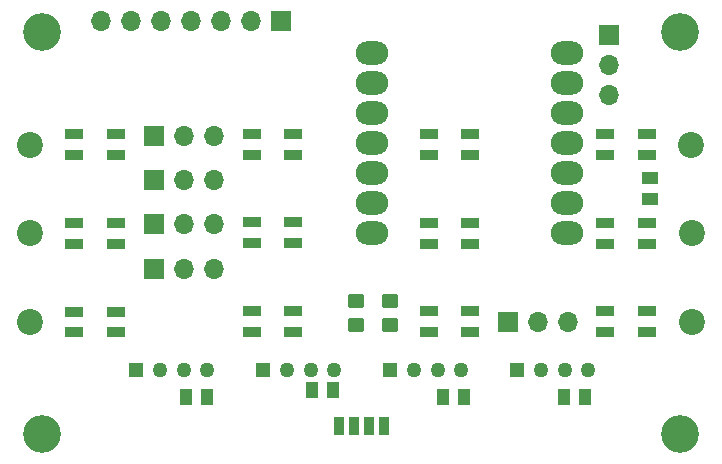
<source format=gbr>
%TF.GenerationSoftware,KiCad,Pcbnew,8.0.5*%
%TF.CreationDate,2024-10-07T22:09:58+02:00*%
%TF.ProjectId,kerstboom,6b657273-7462-46f6-9f6d-2e6b69636164,rev?*%
%TF.SameCoordinates,Original*%
%TF.FileFunction,Soldermask,Top*%
%TF.FilePolarity,Negative*%
%FSLAX46Y46*%
G04 Gerber Fmt 4.6, Leading zero omitted, Abs format (unit mm)*
G04 Created by KiCad (PCBNEW 8.0.5) date 2024-10-07 22:09:58*
%MOMM*%
%LPD*%
G01*
G04 APERTURE LIST*
G04 Aperture macros list*
%AMRoundRect*
0 Rectangle with rounded corners*
0 $1 Rounding radius*
0 $2 $3 $4 $5 $6 $7 $8 $9 X,Y pos of 4 corners*
0 Add a 4 corners polygon primitive as box body*
4,1,4,$2,$3,$4,$5,$6,$7,$8,$9,$2,$3,0*
0 Add four circle primitives for the rounded corners*
1,1,$1+$1,$2,$3*
1,1,$1+$1,$4,$5*
1,1,$1+$1,$6,$7*
1,1,$1+$1,$8,$9*
0 Add four rect primitives between the rounded corners*
20,1,$1+$1,$2,$3,$4,$5,0*
20,1,$1+$1,$4,$5,$6,$7,0*
20,1,$1+$1,$6,$7,$8,$9,0*
20,1,$1+$1,$8,$9,$2,$3,0*%
G04 Aperture macros list end*
%ADD10C,2.200000*%
%ADD11R,1.600000X0.850000*%
%ADD12C,3.200000*%
%ADD13RoundRect,0.250000X-0.450000X0.350000X-0.450000X-0.350000X0.450000X-0.350000X0.450000X0.350000X0*%
%ADD14R,1.016000X1.400000*%
%ADD15RoundRect,0.102000X-0.350000X0.700000X-0.350000X-0.700000X0.350000X-0.700000X0.350000X0.700000X0*%
%ADD16R,1.400000X1.016000*%
%ADD17R,1.270000X1.270000*%
%ADD18C,1.270000*%
%ADD19R,1.700000X1.700000*%
%ADD20O,1.700000X1.700000*%
%ADD21O,2.748280X1.998980*%
G04 APERTURE END LIST*
D10*
%TO.C,H5*%
X101750000Y-81500000D03*
%TD*%
D11*
%TO.C,D1*%
X105500000Y-80620000D03*
X105500000Y-82370000D03*
X109000000Y-82370000D03*
X109000000Y-80620000D03*
%TD*%
%TO.C,D2*%
X105500000Y-88125000D03*
X105500000Y-89875000D03*
X109000000Y-89875000D03*
X109000000Y-88125000D03*
%TD*%
D12*
%TO.C,H4*%
X156750000Y-106000000D03*
%TD*%
D11*
%TO.C,D12*%
X150450000Y-95625000D03*
X150450000Y-97375000D03*
X153950000Y-97375000D03*
X153950000Y-95625000D03*
%TD*%
%TO.C,D4*%
X120500000Y-80625000D03*
X120500000Y-82375000D03*
X124000000Y-82375000D03*
X124000000Y-80625000D03*
%TD*%
%TO.C,D7*%
X135500000Y-80600000D03*
X135500000Y-82350000D03*
X139000000Y-82350000D03*
X139000000Y-80600000D03*
%TD*%
D10*
%TO.C,H6*%
X101750000Y-89000000D03*
%TD*%
D13*
%TO.C,R2*%
X132250000Y-94750000D03*
X132250000Y-96750000D03*
%TD*%
D11*
%TO.C,D5*%
X120500000Y-88050000D03*
X120500000Y-89800000D03*
X124000000Y-89800000D03*
X124000000Y-88050000D03*
%TD*%
D14*
%TO.C,C2*%
X146961000Y-102850000D03*
X148740000Y-102850000D03*
%TD*%
D11*
%TO.C,D11*%
X150450000Y-88125000D03*
X150450000Y-89875000D03*
X153950000Y-89875000D03*
X153950000Y-88125000D03*
%TD*%
D10*
%TO.C,H9*%
X157750000Y-89000000D03*
%TD*%
D14*
%TO.C,C4*%
X125571000Y-102250000D03*
X127350000Y-102250000D03*
%TD*%
D11*
%TO.C,D6*%
X120500000Y-95625000D03*
X120500000Y-97375000D03*
X124000000Y-97375000D03*
X124000000Y-95625000D03*
%TD*%
D15*
%TO.C,U2*%
X131705000Y-105325000D03*
X130435000Y-105325000D03*
X129165000Y-105325000D03*
X127895000Y-105325000D03*
%TD*%
D10*
%TO.C,H10*%
X157750000Y-96500000D03*
%TD*%
D11*
%TO.C,D8*%
X135500000Y-88125000D03*
X135500000Y-89875000D03*
X139000000Y-89875000D03*
X139000000Y-88125000D03*
%TD*%
D12*
%TO.C,H1*%
X102750000Y-72000000D03*
%TD*%
D10*
%TO.C,H8*%
X157700000Y-81500000D03*
%TD*%
D11*
%TO.C,D9*%
X135500000Y-95625000D03*
X135500000Y-97375000D03*
X139000000Y-97375000D03*
X139000000Y-95625000D03*
%TD*%
%TO.C,D3*%
X105500000Y-95650000D03*
X105500000Y-97400000D03*
X109000000Y-97400000D03*
X109000000Y-95650000D03*
%TD*%
D12*
%TO.C,H2*%
X102750000Y-106000000D03*
%TD*%
%TO.C,H3*%
X156750000Y-72000000D03*
%TD*%
D14*
%TO.C,C3*%
X136711000Y-102850000D03*
X138490000Y-102850000D03*
%TD*%
D10*
%TO.C,H7*%
X101750000Y-96500000D03*
%TD*%
D16*
%TO.C,C1*%
X154200000Y-84361000D03*
X154200000Y-86140000D03*
%TD*%
D13*
%TO.C,R1*%
X129300000Y-94750000D03*
X129300000Y-96750000D03*
%TD*%
D14*
%TO.C,C5*%
X114911000Y-102850000D03*
X116690000Y-102850000D03*
%TD*%
D11*
%TO.C,D10*%
X150450000Y-80625000D03*
X150450000Y-82375000D03*
X153950000Y-82375000D03*
X153950000Y-80625000D03*
%TD*%
D17*
%TO.C,J2*%
X132250260Y-100549880D03*
D18*
X134251780Y-100550000D03*
X136248220Y-100550000D03*
X138249740Y-100550000D03*
%TD*%
D19*
%TO.C,JP10*%
X112250000Y-80750000D03*
D20*
X114790000Y-80750000D03*
X117330000Y-80750000D03*
%TD*%
D19*
%TO.C,JP12*%
X112250000Y-88250000D03*
D20*
X114790000Y-88250000D03*
X117330000Y-88250000D03*
%TD*%
D19*
%TO.C,JP1*%
X142210000Y-96500000D03*
D20*
X144750000Y-96500000D03*
X147290000Y-96500000D03*
%TD*%
D19*
%TO.C,J6*%
X150750000Y-72175000D03*
D20*
X150750000Y-74715000D03*
X150750000Y-77255000D03*
%TD*%
D17*
%TO.C,J4*%
X121500000Y-100549880D03*
D18*
X123501520Y-100550000D03*
X125497960Y-100550000D03*
X127499480Y-100550000D03*
%TD*%
D21*
%TO.C,U1*%
X147181290Y-73750000D03*
X147181290Y-76290000D03*
X147181290Y-78830000D03*
X147181290Y-81370000D03*
X147181290Y-83910000D03*
X147181290Y-86450000D03*
X147181290Y-88990000D03*
X130716730Y-88990000D03*
X130716730Y-86450000D03*
X130716730Y-83910000D03*
X130716730Y-81370000D03*
X130716730Y-78830000D03*
X130716730Y-76290000D03*
X130716730Y-73750000D03*
%TD*%
D19*
%TO.C,J5*%
X122950000Y-71000000D03*
D20*
X120410000Y-71000000D03*
X117870000Y-71000000D03*
X115330000Y-71000000D03*
X112790000Y-71000000D03*
X110250000Y-71000000D03*
X107710000Y-71000000D03*
%TD*%
D19*
%TO.C,JP11*%
X112250000Y-84500000D03*
D20*
X114790000Y-84500000D03*
X117330000Y-84500000D03*
%TD*%
D17*
%TO.C,J1*%
X143000260Y-100549880D03*
D18*
X145001780Y-100550000D03*
X146998220Y-100550000D03*
X148999740Y-100550000D03*
%TD*%
D17*
%TO.C,J3*%
X110750520Y-100549880D03*
D18*
X112752040Y-100550000D03*
X114748480Y-100550000D03*
X116750000Y-100550000D03*
%TD*%
D19*
%TO.C,JP13*%
X112210000Y-92000000D03*
D20*
X114750000Y-92000000D03*
X117290000Y-92000000D03*
%TD*%
M02*

</source>
